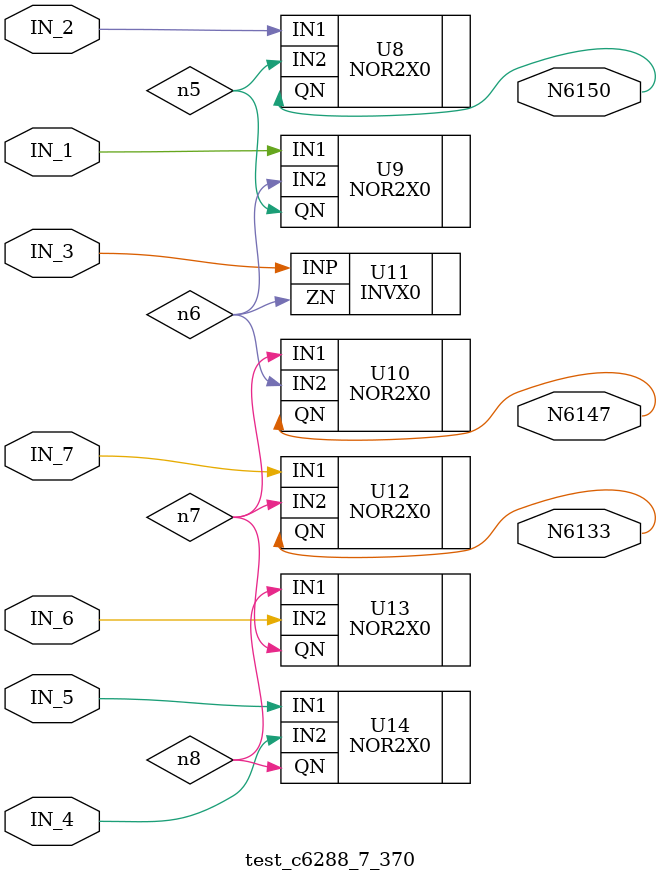
<source format=v>


module test_c6288_7_370 ( IN_1, IN_2, IN_3, IN_4, IN_5, IN_6, IN_7, N6150, 
        N6147, N6133 );
  input IN_1, IN_2, IN_3, IN_4, IN_5, IN_6, IN_7;
  output N6150, N6147, N6133;
  wire   n5, n6, n7, n8;

  NOR2X0 U8 ( .IN1(IN_2), .IN2(n5), .QN(N6150) );
  NOR2X0 U9 ( .IN1(IN_1), .IN2(n6), .QN(n5) );
  NOR2X0 U10 ( .IN1(n7), .IN2(n6), .QN(N6147) );
  INVX0 U11 ( .INP(IN_3), .ZN(n6) );
  NOR2X0 U12 ( .IN1(IN_7), .IN2(n7), .QN(N6133) );
  NOR2X0 U13 ( .IN1(n8), .IN2(IN_6), .QN(n7) );
  NOR2X0 U14 ( .IN1(IN_5), .IN2(IN_4), .QN(n8) );
endmodule


</source>
